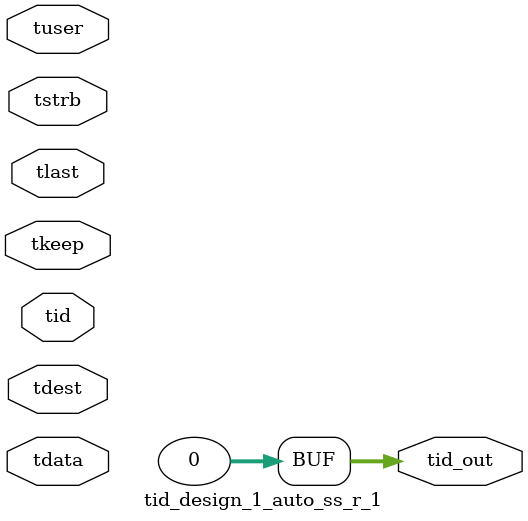
<source format=v>


`timescale 1ps/1ps

module tid_design_1_auto_ss_r_1 #
(
parameter C_S_AXIS_TID_WIDTH   = 1,
parameter C_S_AXIS_TUSER_WIDTH = 0,
parameter C_S_AXIS_TDATA_WIDTH = 0,
parameter C_S_AXIS_TDEST_WIDTH = 0,
parameter C_M_AXIS_TID_WIDTH   = 32
)
(
input  [(C_S_AXIS_TID_WIDTH   == 0 ? 1 : C_S_AXIS_TID_WIDTH)-1:0       ] tid,
input  [(C_S_AXIS_TDATA_WIDTH == 0 ? 1 : C_S_AXIS_TDATA_WIDTH)-1:0     ] tdata,
input  [(C_S_AXIS_TUSER_WIDTH == 0 ? 1 : C_S_AXIS_TUSER_WIDTH)-1:0     ] tuser,
input  [(C_S_AXIS_TDEST_WIDTH == 0 ? 1 : C_S_AXIS_TDEST_WIDTH)-1:0     ] tdest,
input  [(C_S_AXIS_TDATA_WIDTH/8)-1:0 ] tkeep,
input  [(C_S_AXIS_TDATA_WIDTH/8)-1:0 ] tstrb,
input                                                                    tlast,
output [(C_M_AXIS_TID_WIDTH   == 0 ? 1 : C_M_AXIS_TID_WIDTH)-1:0       ] tid_out
);

assign tid_out = {1'b0};

endmodule


</source>
